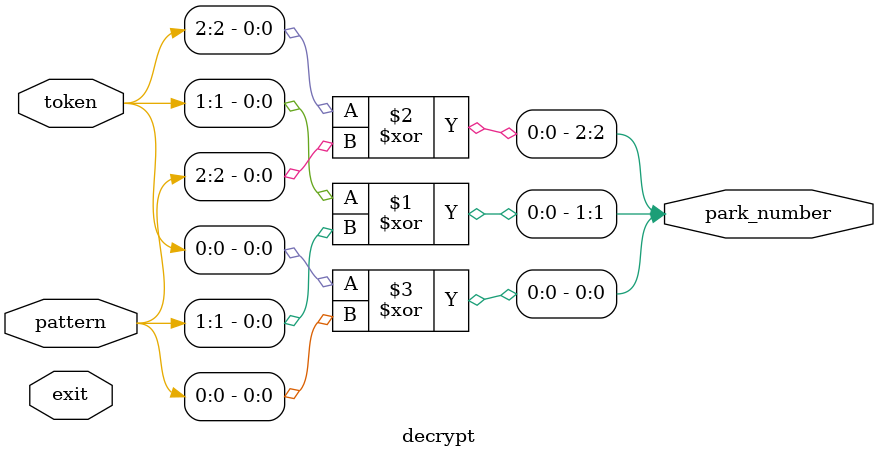
<source format=v>
`timescale 1ns / 1ps
module decrypt(
 exit,
 token,
 pattern,
 park_number);
input exit;
input [2:0] token;
input [2:0] pattern;
output [2:0] park_number;
xor(park_number[1], token[1], pattern[1]);
xor(park_number[2], token[2], pattern[2]);
xor(park_number[0], token[0], pattern[0]);
endmodule
</source>
